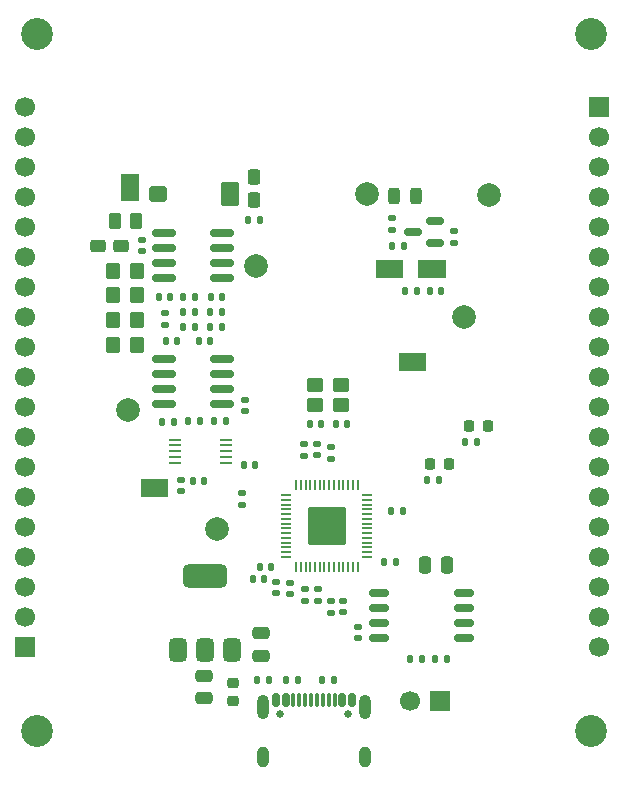
<source format=gbr>
%TF.GenerationSoftware,KiCad,Pcbnew,9.0.6*%
%TF.CreationDate,2025-11-30T17:52:57+02:00*%
%TF.ProjectId,laserboard,6c617365-7262-46f6-9172-642e6b696361,rev?*%
%TF.SameCoordinates,Original*%
%TF.FileFunction,Soldermask,Top*%
%TF.FilePolarity,Negative*%
%FSLAX46Y46*%
G04 Gerber Fmt 4.6, Leading zero omitted, Abs format (unit mm)*
G04 Created by KiCad (PCBNEW 9.0.6) date 2025-11-30 17:52:57*
%MOMM*%
%LPD*%
G01*
G04 APERTURE LIST*
G04 Aperture macros list*
%AMRoundRect*
0 Rectangle with rounded corners*
0 $1 Rounding radius*
0 $2 $3 $4 $5 $6 $7 $8 $9 X,Y pos of 4 corners*
0 Add a 4 corners polygon primitive as box body*
4,1,4,$2,$3,$4,$5,$6,$7,$8,$9,$2,$3,0*
0 Add four circle primitives for the rounded corners*
1,1,$1+$1,$2,$3*
1,1,$1+$1,$4,$5*
1,1,$1+$1,$6,$7*
1,1,$1+$1,$8,$9*
0 Add four rect primitives between the rounded corners*
20,1,$1+$1,$2,$3,$4,$5,0*
20,1,$1+$1,$4,$5,$6,$7,0*
20,1,$1+$1,$6,$7,$8,$9,0*
20,1,$1+$1,$8,$9,$2,$3,0*%
G04 Aperture macros list end*
%ADD10R,1.700000X1.700000*%
%ADD11C,1.700000*%
%ADD12RoundRect,0.140000X0.140000X0.170000X-0.140000X0.170000X-0.140000X-0.170000X0.140000X-0.170000X0*%
%ADD13RoundRect,0.140000X-0.140000X-0.170000X0.140000X-0.170000X0.140000X0.170000X-0.140000X0.170000X0*%
%ADD14RoundRect,0.250000X-0.475000X0.250000X-0.475000X-0.250000X0.475000X-0.250000X0.475000X0.250000X0*%
%ADD15RoundRect,0.135000X-0.135000X-0.185000X0.135000X-0.185000X0.135000X0.185000X-0.135000X0.185000X0*%
%ADD16RoundRect,0.375000X0.375000X-0.625000X0.375000X0.625000X-0.375000X0.625000X-0.375000X-0.625000X0*%
%ADD17RoundRect,0.500000X1.400000X-0.500000X1.400000X0.500000X-1.400000X0.500000X-1.400000X-0.500000X0*%
%ADD18RoundRect,0.218750X0.218750X0.256250X-0.218750X0.256250X-0.218750X-0.256250X0.218750X-0.256250X0*%
%ADD19RoundRect,0.162500X0.650000X0.162500X-0.650000X0.162500X-0.650000X-0.162500X0.650000X-0.162500X0*%
%ADD20RoundRect,0.135000X0.135000X0.185000X-0.135000X0.185000X-0.135000X-0.185000X0.135000X-0.185000X0*%
%ADD21RoundRect,0.140000X-0.170000X0.140000X-0.170000X-0.140000X0.170000X-0.140000X0.170000X0.140000X0*%
%ADD22RoundRect,0.135000X-0.185000X0.135000X-0.185000X-0.135000X0.185000X-0.135000X0.185000X0.135000X0*%
%ADD23RoundRect,0.050000X0.387500X0.050000X-0.387500X0.050000X-0.387500X-0.050000X0.387500X-0.050000X0*%
%ADD24RoundRect,0.050000X0.050000X0.387500X-0.050000X0.387500X-0.050000X-0.387500X0.050000X-0.387500X0*%
%ADD25RoundRect,0.144000X1.456000X1.456000X-1.456000X1.456000X-1.456000X-1.456000X1.456000X-1.456000X0*%
%ADD26RoundRect,0.250000X0.350000X0.450000X-0.350000X0.450000X-0.350000X-0.450000X0.350000X-0.450000X0*%
%ADD27C,2.000000*%
%ADD28RoundRect,0.140000X0.170000X-0.140000X0.170000X0.140000X-0.170000X0.140000X-0.170000X-0.140000X0*%
%ADD29RoundRect,0.250000X0.475000X-0.250000X0.475000X0.250000X-0.475000X0.250000X-0.475000X-0.250000X0*%
%ADD30C,0.650000*%
%ADD31RoundRect,0.150000X-0.150000X-0.425000X0.150000X-0.425000X0.150000X0.425000X-0.150000X0.425000X0*%
%ADD32RoundRect,0.075000X-0.075000X-0.500000X0.075000X-0.500000X0.075000X0.500000X-0.075000X0.500000X0*%
%ADD33O,1.000000X2.100000*%
%ADD34O,1.000000X1.800000*%
%ADD35RoundRect,0.250000X-0.262500X-0.450000X0.262500X-0.450000X0.262500X0.450000X-0.262500X0.450000X0*%
%ADD36C,2.700000*%
%ADD37RoundRect,0.135000X0.185000X-0.135000X0.185000X0.135000X-0.185000X0.135000X-0.185000X-0.135000X0*%
%ADD38R,1.000000X1.500000*%
%ADD39RoundRect,0.243750X-0.243750X-0.456250X0.243750X-0.456250X0.243750X0.456250X-0.243750X0.456250X0*%
%ADD40RoundRect,0.150000X-0.825000X-0.150000X0.825000X-0.150000X0.825000X0.150000X-0.825000X0.150000X0*%
%ADD41RoundRect,0.187500X-0.562500X-0.862500X0.562500X-0.862500X0.562500X0.862500X-0.562500X0.862500X0*%
%ADD42RoundRect,0.162500X-0.587500X-0.487500X0.587500X-0.487500X0.587500X0.487500X-0.587500X0.487500X0*%
%ADD43RoundRect,0.175000X-0.525000X-0.825000X0.525000X-0.825000X0.525000X0.825000X-0.525000X0.825000X0*%
%ADD44RoundRect,0.150000X-0.550000X-0.450000X0.550000X-0.450000X0.550000X0.450000X-0.550000X0.450000X0*%
%ADD45RoundRect,0.250000X-0.295000X0.407500X-0.295000X-0.407500X0.295000X-0.407500X0.295000X0.407500X0*%
%ADD46RoundRect,0.250000X0.450000X0.350000X-0.450000X0.350000X-0.450000X-0.350000X0.450000X-0.350000X0*%
%ADD47RoundRect,0.218750X0.256250X-0.218750X0.256250X0.218750X-0.256250X0.218750X-0.256250X-0.218750X0*%
%ADD48RoundRect,0.250000X-0.350000X-0.450000X0.350000X-0.450000X0.350000X0.450000X-0.350000X0.450000X0*%
%ADD49R,1.100000X0.250000*%
%ADD50RoundRect,0.150000X0.825000X0.150000X-0.825000X0.150000X-0.825000X-0.150000X0.825000X-0.150000X0*%
%ADD51RoundRect,0.250000X0.407500X0.295000X-0.407500X0.295000X-0.407500X-0.295000X0.407500X-0.295000X0*%
%ADD52RoundRect,0.250000X-0.250000X-0.475000X0.250000X-0.475000X0.250000X0.475000X-0.250000X0.475000X0*%
%ADD53RoundRect,0.150000X0.587500X0.150000X-0.587500X0.150000X-0.587500X-0.150000X0.587500X-0.150000X0*%
%ADD54R,1.500000X1.000000*%
G04 APERTURE END LIST*
%TO.C,JP8*%
G36*
X134450000Y-129400000D02*
G01*
X134750000Y-129400000D01*
X134750000Y-130900000D01*
X134450000Y-130900000D01*
X134450000Y-129400000D01*
G37*
%TO.C,JP6*%
G36*
X112950000Y-141550000D02*
G01*
X112650000Y-141550000D01*
X112650000Y-140050000D01*
X112950000Y-140050000D01*
X112950000Y-141550000D01*
G37*
%TO.C,JP5*%
G36*
X136410000Y-122990000D02*
G01*
X136110000Y-122990000D01*
X136110000Y-121490000D01*
X136410000Y-121490000D01*
X136410000Y-122990000D01*
G37*
%TO.C,JP7*%
G36*
X132510000Y-121490000D02*
G01*
X132810000Y-121490000D01*
X132810000Y-122990000D01*
X132510000Y-122990000D01*
X132510000Y-121490000D01*
G37*
%TO.C,JP2*%
G36*
X109950000Y-115500000D02*
G01*
X111450000Y-115500000D01*
X111450000Y-115200000D01*
X109950000Y-115200000D01*
X109950000Y-115500000D01*
G37*
%TD*%
D10*
%TO.C,J4*%
X101800000Y-154300000D03*
D11*
X101800000Y-151760000D03*
X101800000Y-149220000D03*
X101800000Y-146680000D03*
X101800000Y-144140000D03*
X101800000Y-141600000D03*
X101800000Y-139060000D03*
X101800000Y-136520000D03*
X101800000Y-133980000D03*
X101800000Y-131440000D03*
X101800000Y-128900000D03*
X101800000Y-126360000D03*
X101800000Y-123820000D03*
X101800000Y-121280000D03*
X101800000Y-118740000D03*
X101800000Y-116200000D03*
X101800000Y-113660000D03*
X101800000Y-111120000D03*
X101800000Y-108580000D03*
%TD*%
D12*
%TO.C,C6*%
X117480000Y-128400000D03*
X116520000Y-128400000D03*
%TD*%
D13*
%TO.C,C37*%
X120720000Y-118100000D03*
X121680000Y-118100000D03*
%TD*%
D14*
%TO.C,C18*%
X117000000Y-156700000D03*
X117000000Y-158600000D03*
%TD*%
D12*
%TO.C,C5*%
X116180000Y-125900000D03*
X115220000Y-125900000D03*
%TD*%
D15*
%TO.C,R6*%
X115580000Y-135165000D03*
X116600000Y-135165000D03*
%TD*%
D16*
%TO.C,U5*%
X114750000Y-154550000D03*
X117050000Y-154550000D03*
D17*
X117050000Y-148250000D03*
D16*
X119350000Y-154550000D03*
%TD*%
D18*
%TO.C,D3*%
X137690000Y-138750000D03*
X136115000Y-138750000D03*
%TD*%
D19*
%TO.C,U6*%
X138975000Y-153535000D03*
X138975000Y-152265000D03*
X138975000Y-150995000D03*
X138975000Y-149725000D03*
X131800000Y-149725000D03*
X131800000Y-150995000D03*
X131800000Y-152265000D03*
X131800000Y-153535000D03*
%TD*%
D20*
%TO.C,R27*%
X133860000Y-120340000D03*
X132840000Y-120340000D03*
%TD*%
D21*
%TO.C,C27*%
X127675000Y-150395000D03*
X127675000Y-151355000D03*
%TD*%
D15*
%TO.C,R14*%
X133950000Y-124140000D03*
X134970000Y-124140000D03*
%TD*%
D22*
%TO.C,R15*%
X138160000Y-119030000D03*
X138160000Y-120050000D03*
%TD*%
D12*
%TO.C,C31*%
X122655000Y-147500000D03*
X121695000Y-147500000D03*
%TD*%
D23*
%TO.C,U7*%
X130800000Y-146625000D03*
X130800000Y-146225000D03*
X130800000Y-145825000D03*
X130800000Y-145425000D03*
X130800000Y-145025000D03*
X130800000Y-144625000D03*
X130800000Y-144225000D03*
X130800000Y-143825000D03*
X130800000Y-143425000D03*
X130800000Y-143025000D03*
X130800000Y-142625000D03*
X130800000Y-142225000D03*
X130800000Y-141825000D03*
X130800000Y-141425000D03*
D24*
X129962500Y-140587500D03*
X129562500Y-140587500D03*
X129162500Y-140587500D03*
X128762500Y-140587500D03*
X128362500Y-140587500D03*
X127962500Y-140587500D03*
X127562500Y-140587500D03*
X127162500Y-140587500D03*
X126762500Y-140587500D03*
X126362500Y-140587500D03*
X125962500Y-140587500D03*
X125562500Y-140587500D03*
X125162500Y-140587500D03*
X124762500Y-140587500D03*
D23*
X123925000Y-141425000D03*
X123925000Y-141825000D03*
X123925000Y-142225000D03*
X123925000Y-142625000D03*
X123925000Y-143025000D03*
X123925000Y-143425000D03*
X123925000Y-143825000D03*
X123925000Y-144225000D03*
X123925000Y-144625000D03*
X123925000Y-145025000D03*
X123925000Y-145425000D03*
X123925000Y-145825000D03*
X123925000Y-146225000D03*
X123925000Y-146625000D03*
D24*
X124762500Y-147462500D03*
X125162500Y-147462500D03*
X125562500Y-147462500D03*
X125962500Y-147462500D03*
X126362500Y-147462500D03*
X126762500Y-147462500D03*
X127162500Y-147462500D03*
X127562500Y-147462500D03*
X127962500Y-147462500D03*
X128362500Y-147462500D03*
X128762500Y-147462500D03*
X129162500Y-147462500D03*
X129562500Y-147462500D03*
X129962500Y-147462500D03*
D25*
X127362500Y-144025000D03*
%TD*%
D26*
%TO.C,R26*%
X111300000Y-122400000D03*
X109300000Y-122400000D03*
%TD*%
D20*
%TO.C,R22*%
X128000000Y-157075000D03*
X126980000Y-157075000D03*
%TD*%
D18*
%TO.C,D4*%
X140975000Y-135550000D03*
X139400000Y-135550000D03*
%TD*%
D27*
%TO.C,TP1*%
X118100000Y-144250000D03*
%TD*%
D21*
%TO.C,C25*%
X123075000Y-148770000D03*
X123075000Y-149730000D03*
%TD*%
D28*
%TO.C,C26*%
X130000000Y-153530000D03*
X130000000Y-152570000D03*
%TD*%
D13*
%TO.C,C15*%
X128120000Y-135350000D03*
X129080000Y-135350000D03*
%TD*%
D15*
%TO.C,R16*%
X136490000Y-155250000D03*
X137510000Y-155250000D03*
%TD*%
D12*
%TO.C,C8*%
X114680000Y-128400000D03*
X113720000Y-128400000D03*
%TD*%
D21*
%TO.C,C30*%
X120200000Y-141270000D03*
X120200000Y-142230000D03*
%TD*%
D28*
%TO.C,C20*%
X111700000Y-120780000D03*
X111700000Y-119820000D03*
%TD*%
D29*
%TO.C,C17*%
X121800000Y-155000000D03*
X121800000Y-153100000D03*
%TD*%
D20*
%TO.C,R4*%
X116210000Y-127200000D03*
X115190000Y-127200000D03*
%TD*%
%TO.C,R5*%
X118810000Y-135165000D03*
X117790000Y-135165000D03*
%TD*%
D27*
%TO.C,TP2*%
X121400000Y-122000000D03*
%TD*%
D30*
%TO.C,J2*%
X123390000Y-159975000D03*
X129170000Y-159975000D03*
D31*
X123080000Y-158795000D03*
X123880000Y-158795000D03*
D32*
X125030000Y-158795000D03*
X126030000Y-158795000D03*
X126530000Y-158795000D03*
X127530000Y-158795000D03*
D31*
X128680000Y-158795000D03*
X129480000Y-158795000D03*
D32*
X128030000Y-158795000D03*
X127030000Y-158795000D03*
X125530000Y-158795000D03*
X124530000Y-158795000D03*
D33*
X121960000Y-159370000D03*
D34*
X121960000Y-163550000D03*
D33*
X130600000Y-159370000D03*
D34*
X130600000Y-163550000D03*
%TD*%
D35*
%TO.C,R29*%
X109387500Y-118200000D03*
X111212500Y-118200000D03*
%TD*%
D36*
%TO.C,H4*%
X102850000Y-102400000D03*
%TD*%
D37*
%TO.C,R13*%
X132860000Y-118950000D03*
X132860000Y-117930000D03*
%TD*%
D27*
%TO.C,TP5*%
X130735000Y-115940000D03*
%TD*%
D38*
%TO.C,JP8*%
X133950000Y-130150000D03*
X135250000Y-130150000D03*
%TD*%
D12*
%TO.C,C34*%
X114400000Y-135200000D03*
X113440000Y-135200000D03*
%TD*%
D36*
%TO.C,H2*%
X102850000Y-161400000D03*
%TD*%
D27*
%TO.C,TP7*%
X141100000Y-116000000D03*
%TD*%
D39*
%TO.C,D2*%
X133060000Y-116040000D03*
X134935000Y-116040000D03*
%TD*%
D38*
%TO.C,JP6*%
X113450000Y-140800000D03*
X112150000Y-140800000D03*
%TD*%
%TO.C,JP5*%
X136910000Y-122240000D03*
X135610000Y-122240000D03*
%TD*%
D13*
%TO.C,C3*%
X117520000Y-124600000D03*
X118480000Y-124600000D03*
%TD*%
D40*
%TO.C,U3*%
X113550000Y-119195000D03*
X113550000Y-120465000D03*
X113550000Y-121735000D03*
X113550000Y-123005000D03*
X118500000Y-123005000D03*
X118500000Y-121735000D03*
X118500000Y-120465000D03*
X118500000Y-119195000D03*
%TD*%
D41*
%TO.C,D1*%
X119150000Y-115900000D03*
D42*
X113050000Y-115900000D03*
D43*
X119150000Y-115900000D03*
D44*
X113050000Y-115900000D03*
%TD*%
D15*
%TO.C,R31*%
X121470000Y-157075000D03*
X122490000Y-157075000D03*
%TD*%
D21*
%TO.C,C22*%
X128700000Y-150370000D03*
X128700000Y-151330000D03*
%TD*%
D20*
%TO.C,R2*%
X118510000Y-127200000D03*
X117490000Y-127200000D03*
%TD*%
D12*
%TO.C,C19*%
X122080000Y-148550000D03*
X121120000Y-148550000D03*
%TD*%
D15*
%TO.C,R1*%
X117490000Y-125900000D03*
X118510000Y-125900000D03*
%TD*%
D45*
%TO.C,C36*%
X121200000Y-114500000D03*
X121200000Y-116455000D03*
%TD*%
D26*
%TO.C,R23*%
X111300000Y-126600000D03*
X109300000Y-126600000D03*
%TD*%
D27*
%TO.C,TP6*%
X139000000Y-126340000D03*
%TD*%
D46*
%TO.C,Y1*%
X128600000Y-132050000D03*
X126400000Y-132050000D03*
X126400000Y-133750000D03*
X128600000Y-133750000D03*
%TD*%
D47*
%TO.C,D5*%
X119380000Y-158862500D03*
X119380000Y-157287500D03*
%TD*%
D37*
%TO.C,R19*%
X126575000Y-150360000D03*
X126575000Y-149340000D03*
%TD*%
D20*
%TO.C,R30*%
X140110000Y-136950000D03*
X139090000Y-136950000D03*
%TD*%
D13*
%TO.C,C4*%
X116020000Y-140200000D03*
X116980000Y-140200000D03*
%TD*%
D37*
%TO.C,R18*%
X127700000Y-138340000D03*
X127700000Y-137320000D03*
%TD*%
D21*
%TO.C,C1*%
X115000000Y-140090000D03*
X115000000Y-141050000D03*
%TD*%
D15*
%TO.C,R3*%
X115190000Y-124600000D03*
X116210000Y-124600000D03*
%TD*%
D20*
%TO.C,R21*%
X124890000Y-157075000D03*
X123870000Y-157075000D03*
%TD*%
D27*
%TO.C,TP4*%
X110500000Y-134200000D03*
%TD*%
D48*
%TO.C,R24*%
X109300000Y-128700000D03*
X111300000Y-128700000D03*
%TD*%
D38*
%TO.C,JP7*%
X132010000Y-122240000D03*
X133310000Y-122240000D03*
%TD*%
D13*
%TO.C,C14*%
X136080000Y-124140000D03*
X137040000Y-124140000D03*
%TD*%
D10*
%TO.C,J1*%
X136950000Y-158875000D03*
D11*
X134410000Y-158875000D03*
%TD*%
D49*
%TO.C,U2*%
X114500000Y-136700000D03*
X114500000Y-137200000D03*
X114500000Y-137700000D03*
X114500000Y-138200000D03*
X114500000Y-138700000D03*
X118800000Y-138700000D03*
X118800000Y-138200000D03*
X118800000Y-137700000D03*
X118800000Y-137200000D03*
X118800000Y-136700000D03*
%TD*%
D28*
%TO.C,C21*%
X125400000Y-138060000D03*
X125400000Y-137100000D03*
%TD*%
D48*
%TO.C,R25*%
X109300000Y-124500000D03*
X111300000Y-124500000D03*
%TD*%
D13*
%TO.C,C24*%
X132220000Y-147050000D03*
X133180000Y-147050000D03*
%TD*%
D28*
%TO.C,C28*%
X126500000Y-138040000D03*
X126500000Y-137080000D03*
%TD*%
D50*
%TO.C,U1*%
X118500000Y-133670000D03*
X118500000Y-132400000D03*
X118500000Y-131130000D03*
X118500000Y-129860000D03*
X113550000Y-129860000D03*
X113550000Y-131130000D03*
X113550000Y-132400000D03*
X113550000Y-133670000D03*
%TD*%
D36*
%TO.C,H3*%
X149710000Y-102400000D03*
%TD*%
D51*
%TO.C,C33*%
X109977500Y-120300000D03*
X108022500Y-120300000D03*
%TD*%
D37*
%TO.C,R8*%
X113700000Y-127010000D03*
X113700000Y-125990000D03*
%TD*%
D52*
%TO.C,C32*%
X135650000Y-147350000D03*
X137550000Y-147350000D03*
%TD*%
D12*
%TO.C,C7*%
X114100000Y-124600000D03*
X113140000Y-124600000D03*
%TD*%
D15*
%TO.C,R17*%
X134390000Y-155250000D03*
X135410000Y-155250000D03*
%TD*%
D53*
%TO.C,N-MOS1*%
X136535000Y-120090000D03*
X136535000Y-118190000D03*
X134660000Y-119140000D03*
%TD*%
D36*
%TO.C,H1*%
X149710000Y-161400000D03*
%TD*%
D10*
%TO.C,J3*%
X150370000Y-108510000D03*
D11*
X150370000Y-111050000D03*
X150370000Y-113590000D03*
X150370000Y-116130000D03*
X150370000Y-118670000D03*
X150370000Y-121210000D03*
X150370000Y-123750000D03*
X150370000Y-126290000D03*
X150370000Y-128830000D03*
X150370000Y-131370000D03*
X150370000Y-133910000D03*
X150370000Y-136450000D03*
X150370000Y-138990000D03*
X150370000Y-141530000D03*
X150370000Y-144070000D03*
X150370000Y-146610000D03*
X150370000Y-149150000D03*
X150370000Y-151690000D03*
X150370000Y-154230000D03*
%TD*%
D28*
%TO.C,C35*%
X120400000Y-134280000D03*
X120400000Y-133320000D03*
%TD*%
D20*
%TO.C,R28*%
X136900000Y-140150000D03*
X135880000Y-140150000D03*
%TD*%
D54*
%TO.C,JP2*%
X110700000Y-116000000D03*
X110700000Y-114700000D03*
%TD*%
D12*
%TO.C,C16*%
X126880000Y-135350000D03*
X125920000Y-135350000D03*
%TD*%
D13*
%TO.C,C29*%
X132820000Y-142750000D03*
X133780000Y-142750000D03*
%TD*%
%TO.C,C2*%
X120320000Y-138850000D03*
X121280000Y-138850000D03*
%TD*%
D21*
%TO.C,C23*%
X124250000Y-148820000D03*
X124250000Y-149780000D03*
%TD*%
D37*
%TO.C,R20*%
X125475000Y-150360000D03*
X125475000Y-149340000D03*
%TD*%
M02*

</source>
